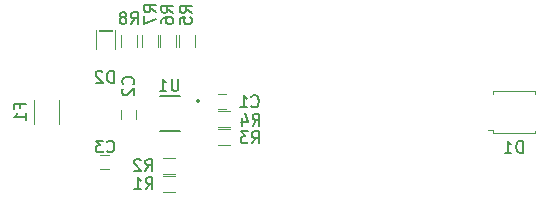
<source format=gbr>
G04 #@! TF.GenerationSoftware,KiCad,Pcbnew,(5.1.9)-1*
G04 #@! TF.CreationDate,2021-02-21T20:56:49-08:00*
G04 #@! TF.ProjectId,AnalogFaderV2,416e616c-6f67-4466-9164-657256322e6b,rev?*
G04 #@! TF.SameCoordinates,Original*
G04 #@! TF.FileFunction,Legend,Bot*
G04 #@! TF.FilePolarity,Positive*
%FSLAX46Y46*%
G04 Gerber Fmt 4.6, Leading zero omitted, Abs format (unit mm)*
G04 Created by KiCad (PCBNEW (5.1.9)-1) date 2021-02-21 20:56:49*
%MOMM*%
%LPD*%
G01*
G04 APERTURE LIST*
%ADD10C,0.120000*%
%ADD11C,0.100000*%
%ADD12C,0.127000*%
%ADD13C,0.200000*%
%ADD14C,0.150000*%
G04 APERTURE END LIST*
D10*
X122547200Y-66144700D02*
X123247200Y-66144700D01*
X123247200Y-64944700D02*
X122547200Y-64944700D01*
X114347700Y-66299600D02*
X114347700Y-66999600D01*
X115547700Y-66999600D02*
X115547700Y-66299600D01*
X112579100Y-71275500D02*
X113279100Y-71275500D01*
X113279100Y-70075500D02*
X112579100Y-70075500D01*
D11*
X145788100Y-67921000D02*
X145388100Y-67921000D01*
X145788100Y-68221000D02*
X145788100Y-67921000D01*
X149388100Y-68221000D02*
X145788100Y-68221000D01*
X149388100Y-68021000D02*
X149388100Y-68221000D01*
X145788100Y-64621000D02*
X145788100Y-64921000D01*
X149388100Y-64621000D02*
X145788100Y-64621000D01*
X149388100Y-64921000D02*
X149388100Y-64621000D01*
X112441900Y-59506500D02*
X113541900Y-59506500D01*
X113541900Y-59506500D02*
X113541900Y-59606500D01*
X113541900Y-59606500D02*
X112441900Y-59606500D01*
X112441900Y-59606500D02*
X112441900Y-59506500D01*
X113791900Y-59506500D02*
X113791900Y-61106500D01*
X112191900Y-60306500D02*
X112191900Y-61106500D01*
X112191900Y-60306500D02*
X112191900Y-59506500D01*
D10*
X106930800Y-65453900D02*
X106930800Y-67453900D01*
X109070800Y-67453900D02*
X109070800Y-65453900D01*
X117877400Y-73171600D02*
X118877400Y-73171600D01*
X118877400Y-71811600D02*
X117877400Y-71811600D01*
X117877400Y-71647600D02*
X118877400Y-71647600D01*
X118877400Y-70287600D02*
X117877400Y-70287600D01*
X123538300Y-67900000D02*
X122538300Y-67900000D01*
X122538300Y-69260000D02*
X123538300Y-69260000D01*
X122538300Y-67723300D02*
X123538300Y-67723300D01*
X123538300Y-66363300D02*
X122538300Y-66363300D01*
X119220700Y-59927300D02*
X119220700Y-60927300D01*
X120580700Y-60927300D02*
X120580700Y-59927300D01*
X119005900Y-60927300D02*
X119005900Y-59927300D01*
X117645900Y-59927300D02*
X117645900Y-60927300D01*
X116083800Y-59927300D02*
X116083800Y-60927300D01*
X117443800Y-60927300D02*
X117443800Y-59927300D01*
X115665800Y-60927300D02*
X115665800Y-59927300D01*
X114305800Y-59927300D02*
X114305800Y-60927300D01*
D12*
X117635600Y-65055300D02*
X119295600Y-65055300D01*
X119295600Y-68015300D02*
X117635600Y-68015300D01*
D13*
X120940600Y-65505300D02*
G75*
G03*
X120940600Y-65505300I-100000J0D01*
G01*
D14*
X125361866Y-65939942D02*
X125409485Y-65987561D01*
X125552342Y-66035180D01*
X125647580Y-66035180D01*
X125790438Y-65987561D01*
X125885676Y-65892323D01*
X125933295Y-65797085D01*
X125980914Y-65606609D01*
X125980914Y-65463752D01*
X125933295Y-65273276D01*
X125885676Y-65178038D01*
X125790438Y-65082800D01*
X125647580Y-65035180D01*
X125552342Y-65035180D01*
X125409485Y-65082800D01*
X125361866Y-65130419D01*
X124409485Y-66035180D02*
X124980914Y-66035180D01*
X124695200Y-66035180D02*
X124695200Y-65035180D01*
X124790438Y-65178038D01*
X124885676Y-65273276D01*
X124980914Y-65320895D01*
X115330242Y-64082633D02*
X115377861Y-64035014D01*
X115425480Y-63892157D01*
X115425480Y-63796919D01*
X115377861Y-63654061D01*
X115282623Y-63558823D01*
X115187385Y-63511204D01*
X114996909Y-63463585D01*
X114854052Y-63463585D01*
X114663576Y-63511204D01*
X114568338Y-63558823D01*
X114473100Y-63654061D01*
X114425480Y-63796919D01*
X114425480Y-63892157D01*
X114473100Y-64035014D01*
X114520719Y-64082633D01*
X114520719Y-64463585D02*
X114473100Y-64511204D01*
X114425480Y-64606442D01*
X114425480Y-64844538D01*
X114473100Y-64939776D01*
X114520719Y-64987395D01*
X114615957Y-65035014D01*
X114711195Y-65035014D01*
X114854052Y-64987395D01*
X115425480Y-64415966D01*
X115425480Y-65035014D01*
X113145866Y-69762642D02*
X113193485Y-69810261D01*
X113336342Y-69857880D01*
X113431580Y-69857880D01*
X113574438Y-69810261D01*
X113669676Y-69715023D01*
X113717295Y-69619785D01*
X113764914Y-69429309D01*
X113764914Y-69286452D01*
X113717295Y-69095976D01*
X113669676Y-69000738D01*
X113574438Y-68905500D01*
X113431580Y-68857880D01*
X113336342Y-68857880D01*
X113193485Y-68905500D01*
X113145866Y-68953119D01*
X112812533Y-68857880D02*
X112193485Y-68857880D01*
X112526819Y-69238833D01*
X112383961Y-69238833D01*
X112288723Y-69286452D01*
X112241104Y-69334071D01*
X112193485Y-69429309D01*
X112193485Y-69667404D01*
X112241104Y-69762642D01*
X112288723Y-69810261D01*
X112383961Y-69857880D01*
X112669676Y-69857880D01*
X112764914Y-69810261D01*
X112812533Y-69762642D01*
X148326195Y-69873380D02*
X148326195Y-68873380D01*
X148088100Y-68873380D01*
X147945242Y-68921000D01*
X147850004Y-69016238D01*
X147802385Y-69111476D01*
X147754766Y-69301952D01*
X147754766Y-69444809D01*
X147802385Y-69635285D01*
X147850004Y-69730523D01*
X147945242Y-69825761D01*
X148088100Y-69873380D01*
X148326195Y-69873380D01*
X146802385Y-69873380D02*
X147373814Y-69873380D01*
X147088100Y-69873380D02*
X147088100Y-68873380D01*
X147183338Y-69016238D01*
X147278576Y-69111476D01*
X147373814Y-69159095D01*
X113691895Y-63952380D02*
X113691895Y-62952380D01*
X113453800Y-62952380D01*
X113310942Y-63000000D01*
X113215704Y-63095238D01*
X113168085Y-63190476D01*
X113120466Y-63380952D01*
X113120466Y-63523809D01*
X113168085Y-63714285D01*
X113215704Y-63809523D01*
X113310942Y-63904761D01*
X113453800Y-63952380D01*
X113691895Y-63952380D01*
X112739514Y-63047619D02*
X112691895Y-63000000D01*
X112596657Y-62952380D01*
X112358561Y-62952380D01*
X112263323Y-63000000D01*
X112215704Y-63047619D01*
X112168085Y-63142857D01*
X112168085Y-63238095D01*
X112215704Y-63380952D01*
X112787133Y-63952380D01*
X112168085Y-63952380D01*
X105729371Y-66070566D02*
X105729371Y-65737233D01*
X106253180Y-65737233D02*
X105253180Y-65737233D01*
X105253180Y-66213423D01*
X106253180Y-67118185D02*
X106253180Y-66546757D01*
X106253180Y-66832471D02*
X105253180Y-66832471D01*
X105396038Y-66737233D01*
X105491276Y-66641995D01*
X105538895Y-66546757D01*
X116409766Y-72969380D02*
X116743100Y-72493190D01*
X116981195Y-72969380D02*
X116981195Y-71969380D01*
X116600242Y-71969380D01*
X116505004Y-72017000D01*
X116457385Y-72064619D01*
X116409766Y-72159857D01*
X116409766Y-72302714D01*
X116457385Y-72397952D01*
X116505004Y-72445571D01*
X116600242Y-72493190D01*
X116981195Y-72493190D01*
X115457385Y-72969380D02*
X116028814Y-72969380D01*
X115743100Y-72969380D02*
X115743100Y-71969380D01*
X115838338Y-72112238D01*
X115933576Y-72207476D01*
X116028814Y-72255095D01*
X116384366Y-71432680D02*
X116717700Y-70956490D01*
X116955795Y-71432680D02*
X116955795Y-70432680D01*
X116574842Y-70432680D01*
X116479604Y-70480300D01*
X116431985Y-70527919D01*
X116384366Y-70623157D01*
X116384366Y-70766014D01*
X116431985Y-70861252D01*
X116479604Y-70908871D01*
X116574842Y-70956490D01*
X116955795Y-70956490D01*
X116003414Y-70527919D02*
X115955795Y-70480300D01*
X115860557Y-70432680D01*
X115622461Y-70432680D01*
X115527223Y-70480300D01*
X115479604Y-70527919D01*
X115431985Y-70623157D01*
X115431985Y-70718395D01*
X115479604Y-70861252D01*
X116051033Y-71432680D01*
X115431985Y-71432680D01*
X125401366Y-69083180D02*
X125734700Y-68606990D01*
X125972795Y-69083180D02*
X125972795Y-68083180D01*
X125591842Y-68083180D01*
X125496604Y-68130800D01*
X125448985Y-68178419D01*
X125401366Y-68273657D01*
X125401366Y-68416514D01*
X125448985Y-68511752D01*
X125496604Y-68559371D01*
X125591842Y-68606990D01*
X125972795Y-68606990D01*
X125068033Y-68083180D02*
X124448985Y-68083180D01*
X124782319Y-68464133D01*
X124639461Y-68464133D01*
X124544223Y-68511752D01*
X124496604Y-68559371D01*
X124448985Y-68654609D01*
X124448985Y-68892704D01*
X124496604Y-68987942D01*
X124544223Y-69035561D01*
X124639461Y-69083180D01*
X124925176Y-69083180D01*
X125020414Y-69035561D01*
X125068033Y-68987942D01*
X125452166Y-67584580D02*
X125785500Y-67108390D01*
X126023595Y-67584580D02*
X126023595Y-66584580D01*
X125642642Y-66584580D01*
X125547404Y-66632200D01*
X125499785Y-66679819D01*
X125452166Y-66775057D01*
X125452166Y-66917914D01*
X125499785Y-67013152D01*
X125547404Y-67060771D01*
X125642642Y-67108390D01*
X126023595Y-67108390D01*
X124595023Y-66917914D02*
X124595023Y-67584580D01*
X124833119Y-66536961D02*
X125071214Y-67251247D01*
X124452166Y-67251247D01*
X120289580Y-58037433D02*
X119813390Y-57704100D01*
X120289580Y-57466004D02*
X119289580Y-57466004D01*
X119289580Y-57846957D01*
X119337200Y-57942195D01*
X119384819Y-57989814D01*
X119480057Y-58037433D01*
X119622914Y-58037433D01*
X119718152Y-57989814D01*
X119765771Y-57942195D01*
X119813390Y-57846957D01*
X119813390Y-57466004D01*
X119289580Y-58942195D02*
X119289580Y-58466004D01*
X119765771Y-58418385D01*
X119718152Y-58466004D01*
X119670533Y-58561242D01*
X119670533Y-58799338D01*
X119718152Y-58894576D01*
X119765771Y-58942195D01*
X119861009Y-58989814D01*
X120099104Y-58989814D01*
X120194342Y-58942195D01*
X120241961Y-58894576D01*
X120289580Y-58799338D01*
X120289580Y-58561242D01*
X120241961Y-58466004D01*
X120194342Y-58418385D01*
X118727480Y-58024733D02*
X118251290Y-57691400D01*
X118727480Y-57453304D02*
X117727480Y-57453304D01*
X117727480Y-57834257D01*
X117775100Y-57929495D01*
X117822719Y-57977114D01*
X117917957Y-58024733D01*
X118060814Y-58024733D01*
X118156052Y-57977114D01*
X118203671Y-57929495D01*
X118251290Y-57834257D01*
X118251290Y-57453304D01*
X117727480Y-58881876D02*
X117727480Y-58691400D01*
X117775100Y-58596161D01*
X117822719Y-58548542D01*
X117965576Y-58453304D01*
X118156052Y-58405685D01*
X118537004Y-58405685D01*
X118632242Y-58453304D01*
X118679861Y-58500923D01*
X118727480Y-58596161D01*
X118727480Y-58786638D01*
X118679861Y-58881876D01*
X118632242Y-58929495D01*
X118537004Y-58977114D01*
X118298909Y-58977114D01*
X118203671Y-58929495D01*
X118156052Y-58881876D01*
X118108433Y-58786638D01*
X118108433Y-58596161D01*
X118156052Y-58500923D01*
X118203671Y-58453304D01*
X118298909Y-58405685D01*
X117279680Y-57986633D02*
X116803490Y-57653300D01*
X117279680Y-57415204D02*
X116279680Y-57415204D01*
X116279680Y-57796157D01*
X116327300Y-57891395D01*
X116374919Y-57939014D01*
X116470157Y-57986633D01*
X116613014Y-57986633D01*
X116708252Y-57939014D01*
X116755871Y-57891395D01*
X116803490Y-57796157D01*
X116803490Y-57415204D01*
X116279680Y-58319966D02*
X116279680Y-58986633D01*
X117279680Y-58558061D01*
X115152466Y-58987380D02*
X115485800Y-58511190D01*
X115723895Y-58987380D02*
X115723895Y-57987380D01*
X115342942Y-57987380D01*
X115247704Y-58035000D01*
X115200085Y-58082619D01*
X115152466Y-58177857D01*
X115152466Y-58320714D01*
X115200085Y-58415952D01*
X115247704Y-58463571D01*
X115342942Y-58511190D01*
X115723895Y-58511190D01*
X114581038Y-58415952D02*
X114676276Y-58368333D01*
X114723895Y-58320714D01*
X114771514Y-58225476D01*
X114771514Y-58177857D01*
X114723895Y-58082619D01*
X114676276Y-58035000D01*
X114581038Y-57987380D01*
X114390561Y-57987380D01*
X114295323Y-58035000D01*
X114247704Y-58082619D01*
X114200085Y-58177857D01*
X114200085Y-58225476D01*
X114247704Y-58320714D01*
X114295323Y-58368333D01*
X114390561Y-58415952D01*
X114581038Y-58415952D01*
X114676276Y-58463571D01*
X114723895Y-58511190D01*
X114771514Y-58606428D01*
X114771514Y-58796904D01*
X114723895Y-58892142D01*
X114676276Y-58939761D01*
X114581038Y-58987380D01*
X114390561Y-58987380D01*
X114295323Y-58939761D01*
X114247704Y-58892142D01*
X114200085Y-58796904D01*
X114200085Y-58606428D01*
X114247704Y-58511190D01*
X114295323Y-58463571D01*
X114390561Y-58415952D01*
X119165108Y-63637387D02*
X119165108Y-64448084D01*
X119117420Y-64543460D01*
X119069732Y-64591148D01*
X118974356Y-64638836D01*
X118783604Y-64638836D01*
X118688228Y-64591148D01*
X118640540Y-64543460D01*
X118592852Y-64448084D01*
X118592852Y-63637387D01*
X117591403Y-64638836D02*
X118163659Y-64638836D01*
X117877531Y-64638836D02*
X117877531Y-63637387D01*
X117972907Y-63780451D01*
X118068283Y-63875827D01*
X118163659Y-63923515D01*
M02*

</source>
